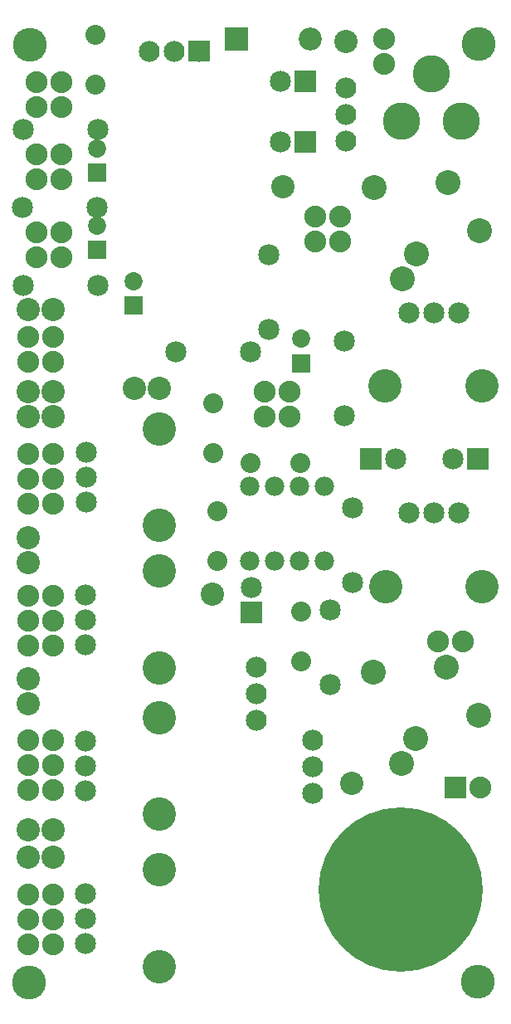
<source format=gts>
G04 MADE WITH FRITZING*
G04 WWW.FRITZING.ORG*
G04 DOUBLE SIDED*
G04 HOLES PLATED*
G04 CONTOUR ON CENTER OF CONTOUR VECTOR*
%ASAXBY*%
%FSLAX23Y23*%
%MOIN*%
%OFA0B0*%
%SFA1.0B1.0*%
%ADD10C,0.301417*%
%ADD11C,0.660000*%
%ADD12C,0.053622*%
%ADD13C,0.078000*%
%ADD14C,0.088000*%
%ADD15C,0.080000*%
%ADD16C,0.085000*%
%ADD17C,0.084000*%
%ADD18C,0.092000*%
%ADD19C,0.150000*%
%ADD20C,0.135984*%
%ADD21C,0.093307*%
%ADD22C,0.072992*%
%ADD23C,0.084667*%
%ADD24C,0.084695*%
%ADD25C,0.134033*%
%ADD26C,0.100020*%
%ADD27R,0.088000X0.088000*%
%ADD28R,0.085000X0.085000*%
%ADD29R,0.092000X0.092000*%
%ADD30R,0.072992X0.072992*%
%ADD31R,0.001000X0.001000*%
%LNMASK1*%
G90*
G70*
G54D10*
X1570Y455D03*
G54D11*
X1570Y455D03*
G54D10*
X1570Y455D03*
G54D11*
X1570Y455D03*
G54D12*
X1320Y455D03*
X1570Y455D03*
X1320Y455D03*
X1570Y455D03*
G54D13*
X1261Y2075D03*
X1161Y2075D03*
X1061Y2075D03*
X961Y2075D03*
X961Y1775D03*
X1061Y1775D03*
X1161Y1775D03*
X1261Y1775D03*
X1261Y2075D03*
X1161Y2075D03*
X1061Y2075D03*
X961Y2075D03*
X961Y1775D03*
X1061Y1775D03*
X1161Y1775D03*
X1261Y1775D03*
G54D14*
X1789Y863D03*
X1889Y863D03*
G54D15*
X814Y2409D03*
X814Y2209D03*
X1168Y1572D03*
X1168Y1372D03*
X966Y2166D03*
X1166Y2166D03*
X832Y1774D03*
X832Y1974D03*
X341Y3689D03*
X341Y3889D03*
G54D16*
X968Y1569D03*
X968Y1669D03*
X1880Y2184D03*
X1780Y2184D03*
X1450Y2183D03*
X1550Y2183D03*
X1184Y3459D03*
X1084Y3459D03*
G54D17*
X758Y3821D03*
X658Y3821D03*
X558Y3821D03*
X758Y3821D03*
X658Y3821D03*
X558Y3821D03*
G54D16*
X1184Y3702D03*
X1084Y3702D03*
G54D18*
X908Y3872D03*
X1206Y3872D03*
G54D19*
X1573Y3542D03*
X1813Y3542D03*
X1693Y3732D03*
G54D20*
X76Y80D03*
X79Y3847D03*
X1879Y83D03*
X1881Y3850D03*
G54D14*
X1503Y3771D03*
X1503Y3771D03*
X1503Y3871D03*
X206Y3408D03*
X106Y3408D03*
X206Y3408D03*
X106Y3408D03*
X106Y3308D03*
X206Y3308D03*
G54D21*
X1350Y3861D03*
X1095Y3276D03*
X813Y1641D03*
X1371Y881D03*
X599Y2469D03*
X499Y2469D03*
X171Y2784D03*
X71Y2784D03*
G54D14*
X1123Y2454D03*
X1023Y2454D03*
X1123Y2454D03*
X1023Y2454D03*
X1023Y2354D03*
X1123Y2354D03*
X171Y2673D03*
X71Y2673D03*
X171Y2673D03*
X71Y2673D03*
X71Y2573D03*
X171Y2573D03*
G54D21*
X71Y1200D03*
X71Y1300D03*
X71Y693D03*
X171Y693D03*
X71Y585D03*
X171Y585D03*
X71Y1766D03*
X71Y1866D03*
G54D14*
X1817Y1450D03*
X1817Y1450D03*
X1717Y1450D03*
X1324Y3158D03*
X1224Y3158D03*
X1324Y3158D03*
X1224Y3158D03*
X1224Y3058D03*
X1324Y3058D03*
X206Y3095D03*
X106Y3095D03*
X206Y3095D03*
X106Y3095D03*
X106Y2995D03*
X206Y2995D03*
X206Y3697D03*
X106Y3697D03*
X206Y3697D03*
X106Y3697D03*
X106Y3597D03*
X206Y3597D03*
G54D17*
X988Y1135D03*
X988Y1242D03*
X988Y1349D03*
X988Y1135D03*
X988Y1242D03*
X988Y1349D03*
X1216Y840D03*
X1216Y947D03*
X1216Y1054D03*
X1216Y840D03*
X1216Y947D03*
X1216Y1054D03*
X1350Y3461D03*
X1350Y3568D03*
X1350Y3675D03*
X1350Y3461D03*
X1350Y3568D03*
X1350Y3675D03*
G54D16*
X1341Y2356D03*
X1341Y2656D03*
X1040Y2705D03*
X1040Y3005D03*
G54D22*
X1169Y2568D03*
X1169Y2667D03*
X496Y2800D03*
X496Y2898D03*
X348Y3024D03*
X348Y3122D03*
X348Y3334D03*
X348Y3432D03*
G54D14*
X171Y233D03*
X171Y333D03*
X171Y433D03*
X171Y233D03*
X171Y333D03*
X171Y433D03*
X71Y433D03*
X71Y333D03*
X71Y233D03*
G54D21*
X171Y2453D03*
X71Y2453D03*
X171Y2453D03*
X71Y2453D03*
X71Y2353D03*
X171Y2353D03*
G54D14*
X171Y855D03*
X171Y955D03*
X171Y1055D03*
X171Y855D03*
X171Y955D03*
X171Y1055D03*
X71Y1055D03*
X71Y955D03*
X71Y855D03*
X171Y1434D03*
X171Y1534D03*
X171Y1634D03*
X171Y1434D03*
X171Y1534D03*
X171Y1634D03*
X71Y1634D03*
X71Y1534D03*
X71Y1434D03*
X171Y2004D03*
X171Y2104D03*
X171Y2204D03*
X171Y2004D03*
X171Y2104D03*
X171Y2204D03*
X71Y2204D03*
X71Y2104D03*
X71Y2004D03*
G54D23*
X303Y439D03*
X303Y339D03*
G54D24*
X303Y239D03*
G54D25*
X598Y533D03*
X598Y144D03*
G54D23*
X303Y1050D03*
X303Y950D03*
G54D24*
X303Y850D03*
G54D25*
X598Y1144D03*
X598Y756D03*
G54D23*
X1802Y1966D03*
X1702Y1966D03*
G54D24*
X1602Y1966D03*
G54D25*
X1896Y1671D03*
X1508Y1671D03*
G54D23*
X1801Y2772D03*
X1701Y2772D03*
G54D24*
X1601Y2772D03*
G54D25*
X1895Y2477D03*
X1506Y2477D03*
G54D23*
X303Y1639D03*
X303Y1539D03*
G54D24*
X303Y1439D03*
G54D25*
X598Y1733D03*
X598Y1344D03*
G54D23*
X304Y2210D03*
X304Y2110D03*
G54D24*
X304Y2010D03*
G54D25*
X600Y2305D03*
X600Y1916D03*
G54D26*
X1572Y962D03*
X1627Y1061D03*
X1458Y1327D03*
X1753Y1347D03*
X1881Y1155D03*
X1576Y2908D03*
X1631Y3007D03*
X1462Y3273D03*
X1757Y3293D03*
X1885Y3101D03*
G54D16*
X964Y2613D03*
X664Y2613D03*
X352Y2880D03*
X52Y2880D03*
X350Y3193D03*
X50Y3193D03*
X352Y3506D03*
X52Y3506D03*
X1284Y1577D03*
X1284Y1277D03*
X1376Y1688D03*
X1376Y1988D03*
G54D27*
X1789Y863D03*
G54D28*
X968Y1569D03*
X1880Y2184D03*
X1450Y2183D03*
X1184Y3459D03*
X1184Y3702D03*
G54D29*
X907Y3872D03*
G54D30*
X1169Y2568D03*
X496Y2800D03*
X348Y3024D03*
X348Y3334D03*
G54D31*
X717Y3863D02*
X800Y3863D01*
X717Y3862D02*
X800Y3862D01*
X717Y3861D02*
X800Y3861D01*
X717Y3860D02*
X800Y3860D01*
X717Y3859D02*
X800Y3859D01*
X717Y3858D02*
X800Y3858D01*
X717Y3857D02*
X800Y3857D01*
X717Y3856D02*
X800Y3856D01*
X717Y3855D02*
X800Y3855D01*
X717Y3854D02*
X800Y3854D01*
X717Y3853D02*
X800Y3853D01*
X717Y3852D02*
X800Y3852D01*
X717Y3851D02*
X800Y3851D01*
X717Y3850D02*
X800Y3850D01*
X717Y3849D02*
X800Y3849D01*
X717Y3848D02*
X800Y3848D01*
X717Y3847D02*
X800Y3847D01*
X717Y3846D02*
X800Y3846D01*
X717Y3845D02*
X800Y3845D01*
X717Y3844D02*
X800Y3844D01*
X717Y3843D02*
X800Y3843D01*
X717Y3842D02*
X800Y3842D01*
X717Y3841D02*
X800Y3841D01*
X717Y3840D02*
X800Y3840D01*
X717Y3839D02*
X800Y3839D01*
X717Y3838D02*
X800Y3838D01*
X717Y3837D02*
X800Y3837D01*
X717Y3836D02*
X754Y3836D01*
X762Y3836D02*
X800Y3836D01*
X717Y3835D02*
X751Y3835D01*
X765Y3835D02*
X800Y3835D01*
X717Y3834D02*
X749Y3834D01*
X767Y3834D02*
X800Y3834D01*
X717Y3833D02*
X748Y3833D01*
X768Y3833D02*
X800Y3833D01*
X717Y3832D02*
X747Y3832D01*
X769Y3832D02*
X800Y3832D01*
X717Y3831D02*
X746Y3831D01*
X770Y3831D02*
X800Y3831D01*
X717Y3830D02*
X745Y3830D01*
X771Y3830D02*
X800Y3830D01*
X717Y3829D02*
X745Y3829D01*
X771Y3829D02*
X800Y3829D01*
X717Y3828D02*
X744Y3828D01*
X772Y3828D02*
X800Y3828D01*
X717Y3827D02*
X744Y3827D01*
X772Y3827D02*
X800Y3827D01*
X717Y3826D02*
X743Y3826D01*
X773Y3826D02*
X800Y3826D01*
X717Y3825D02*
X743Y3825D01*
X773Y3825D02*
X800Y3825D01*
X717Y3824D02*
X743Y3824D01*
X773Y3824D02*
X800Y3824D01*
X717Y3823D02*
X743Y3823D01*
X773Y3823D02*
X800Y3823D01*
X717Y3822D02*
X743Y3822D01*
X773Y3822D02*
X800Y3822D01*
X717Y3821D02*
X743Y3821D01*
X773Y3821D02*
X800Y3821D01*
X717Y3820D02*
X743Y3820D01*
X773Y3820D02*
X800Y3820D01*
X717Y3819D02*
X743Y3819D01*
X773Y3819D02*
X800Y3819D01*
X717Y3818D02*
X743Y3818D01*
X773Y3818D02*
X800Y3818D01*
X717Y3817D02*
X744Y3817D01*
X772Y3817D02*
X800Y3817D01*
X717Y3816D02*
X744Y3816D01*
X772Y3816D02*
X800Y3816D01*
X717Y3815D02*
X745Y3815D01*
X772Y3815D02*
X800Y3815D01*
X717Y3814D02*
X745Y3814D01*
X771Y3814D02*
X800Y3814D01*
X717Y3813D02*
X746Y3813D01*
X770Y3813D02*
X800Y3813D01*
X717Y3812D02*
X747Y3812D01*
X769Y3812D02*
X800Y3812D01*
X717Y3811D02*
X748Y3811D01*
X768Y3811D02*
X800Y3811D01*
X717Y3810D02*
X749Y3810D01*
X767Y3810D02*
X800Y3810D01*
X717Y3809D02*
X750Y3809D01*
X766Y3809D02*
X800Y3809D01*
X717Y3808D02*
X753Y3808D01*
X764Y3808D02*
X800Y3808D01*
X717Y3807D02*
X800Y3807D01*
X717Y3806D02*
X800Y3806D01*
X717Y3805D02*
X800Y3805D01*
X717Y3804D02*
X800Y3804D01*
X717Y3803D02*
X800Y3803D01*
X717Y3802D02*
X800Y3802D01*
X717Y3801D02*
X800Y3801D01*
X717Y3800D02*
X800Y3800D01*
X717Y3799D02*
X800Y3799D01*
X717Y3798D02*
X800Y3798D01*
X717Y3797D02*
X800Y3797D01*
X717Y3796D02*
X800Y3796D01*
X717Y3795D02*
X800Y3795D01*
X717Y3794D02*
X800Y3794D01*
X717Y3793D02*
X800Y3793D01*
X717Y3792D02*
X800Y3792D01*
X717Y3791D02*
X800Y3791D01*
X717Y3790D02*
X800Y3790D01*
X717Y3789D02*
X800Y3789D01*
X717Y3788D02*
X800Y3788D01*
X717Y3787D02*
X800Y3787D01*
X717Y3786D02*
X800Y3786D01*
X717Y3785D02*
X800Y3785D01*
X717Y3784D02*
X800Y3784D01*
X717Y3783D02*
X800Y3783D01*
X717Y3782D02*
X800Y3782D01*
X717Y3781D02*
X800Y3781D01*
X717Y3780D02*
X799Y3780D01*
D02*
G04 End of Mask1*
M02*
</source>
